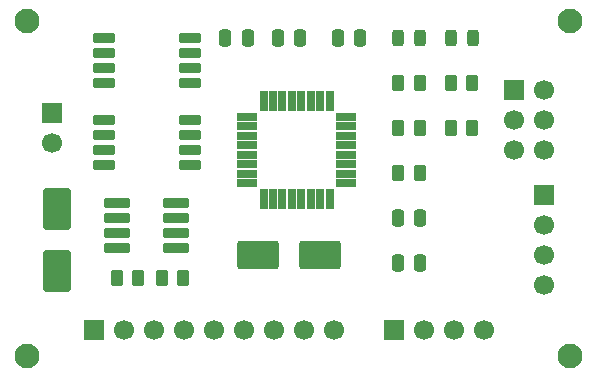
<source format=gts>
%TF.GenerationSoftware,KiCad,Pcbnew,9.0.4*%
%TF.CreationDate,2025-09-27T01:25:33+08:00*%
%TF.ProjectId,KiCAD_Proj (MCU datalogger),4b694341-445f-4507-926f-6a20284d4355,rev?*%
%TF.SameCoordinates,Original*%
%TF.FileFunction,Soldermask,Top*%
%TF.FilePolarity,Negative*%
%FSLAX46Y46*%
G04 Gerber Fmt 4.6, Leading zero omitted, Abs format (unit mm)*
G04 Created by KiCad (PCBNEW 9.0.4) date 2025-09-27 01:25:33*
%MOMM*%
%LPD*%
G01*
G04 APERTURE LIST*
G04 Aperture macros list*
%AMRoundRect*
0 Rectangle with rounded corners*
0 $1 Rounding radius*
0 $2 $3 $4 $5 $6 $7 $8 $9 X,Y pos of 4 corners*
0 Add a 4 corners polygon primitive as box body*
4,1,4,$2,$3,$4,$5,$6,$7,$8,$9,$2,$3,0*
0 Add four circle primitives for the rounded corners*
1,1,$1+$1,$2,$3*
1,1,$1+$1,$4,$5*
1,1,$1+$1,$6,$7*
1,1,$1+$1,$8,$9*
0 Add four rect primitives between the rounded corners*
20,1,$1+$1,$2,$3,$4,$5,0*
20,1,$1+$1,$4,$5,$6,$7,0*
20,1,$1+$1,$6,$7,$8,$9,0*
20,1,$1+$1,$8,$9,$2,$3,0*%
G04 Aperture macros list end*
%ADD10RoundRect,0.101750X-0.845250X-0.305250X0.845250X-0.305250X0.845250X0.305250X-0.845250X0.305250X0*%
%ADD11C,1.700000*%
%ADD12R,1.700000X1.700000*%
%ADD13RoundRect,0.250000X0.262500X0.450000X-0.262500X0.450000X-0.262500X-0.450000X0.262500X-0.450000X0*%
%ADD14RoundRect,0.243750X-0.243750X-0.456250X0.243750X-0.456250X0.243750X0.456250X-0.243750X0.456250X0*%
%ADD15RoundRect,0.250000X-0.262500X-0.450000X0.262500X-0.450000X0.262500X0.450000X-0.262500X0.450000X0*%
%ADD16RoundRect,0.250001X1.499999X0.949999X-1.499999X0.949999X-1.499999X-0.949999X1.499999X-0.949999X0*%
%ADD17RoundRect,0.250001X0.949999X-1.499999X0.949999X1.499999X-0.949999X1.499999X-0.949999X-1.499999X0*%
%ADD18RoundRect,0.099250X-0.987750X-0.297750X0.987750X-0.297750X0.987750X0.297750X-0.987750X0.297750X0*%
%ADD19C,2.100000*%
%ADD20RoundRect,0.250000X-0.250000X-0.475000X0.250000X-0.475000X0.250000X0.475000X-0.250000X0.475000X0*%
%ADD21RoundRect,0.250000X0.250000X0.475000X-0.250000X0.475000X-0.250000X-0.475000X0.250000X-0.475000X0*%
%ADD22RoundRect,0.094250X-0.742750X-0.282750X0.742750X-0.282750X0.742750X0.282750X-0.742750X0.282750X0*%
%ADD23RoundRect,0.094250X-0.282750X-0.742750X0.282750X-0.742750X0.282750X0.742750X-0.282750X0.742750X0*%
G04 APERTURE END LIST*
D10*
%TO.C,U3*%
X105240000Y-78740000D03*
X105240000Y-80010000D03*
X105240000Y-81280000D03*
X105240000Y-82550000D03*
X97960000Y-82550000D03*
X97960000Y-81280000D03*
X97960000Y-80010000D03*
X97960000Y-78740000D03*
%TD*%
D11*
%TO.C,BT1*%
X93599000Y-87630000D03*
D12*
X93599000Y-85090000D03*
%TD*%
D13*
%TO.C,R5*%
X127357500Y-82550000D03*
X129182500Y-82550000D03*
%TD*%
D14*
%TO.C,D1*%
X127332500Y-78740000D03*
X129207500Y-78740000D03*
%TD*%
D15*
%TO.C,R6*%
X129182500Y-86360000D03*
X127357500Y-86360000D03*
%TD*%
D14*
%TO.C,D2*%
X124762500Y-78740000D03*
X122887500Y-78740000D03*
%TD*%
D16*
%TO.C,Y2*%
X116265000Y-97155000D03*
X111065000Y-97155000D03*
%TD*%
D17*
%TO.C,Y1*%
X93980000Y-98485000D03*
X93980000Y-93285000D03*
%TD*%
D18*
%TO.C,U2*%
X99125000Y-92710000D03*
X99125000Y-93980000D03*
X99125000Y-95250000D03*
X99125000Y-96520000D03*
X104075000Y-96520000D03*
X104075000Y-95250000D03*
X104075000Y-93980000D03*
X104075000Y-92710000D03*
%TD*%
D15*
%TO.C,R7*%
X122912500Y-82550000D03*
X124737500Y-82550000D03*
%TD*%
D13*
%TO.C,R4*%
X124737500Y-86360000D03*
X122912500Y-86360000D03*
%TD*%
%TO.C,R3*%
X124737500Y-90170000D03*
X122912500Y-90170000D03*
%TD*%
%TO.C,R2*%
X104695000Y-99060000D03*
X102870000Y-99060000D03*
%TD*%
D15*
%TO.C,R1*%
X99060000Y-99060000D03*
X100885000Y-99060000D03*
%TD*%
D12*
%TO.C,J4*%
X132715000Y-83185000D03*
D11*
X135255000Y-83185000D03*
X132715000Y-85725000D03*
X135255000Y-85725000D03*
X132715000Y-88265000D03*
X135255000Y-88265000D03*
%TD*%
D12*
%TO.C,J3*%
X122555000Y-103505000D03*
D11*
X125095000Y-103505000D03*
X127635000Y-103505000D03*
X130175000Y-103505000D03*
%TD*%
D12*
%TO.C,J2*%
X97155000Y-103505000D03*
D11*
X99695000Y-103505000D03*
X102235000Y-103505000D03*
X104775000Y-103505000D03*
X107315000Y-103505000D03*
X109855000Y-103505000D03*
X112395000Y-103505000D03*
X114935000Y-103505000D03*
X117475000Y-103505000D03*
%TD*%
D12*
%TO.C,J1*%
X135255000Y-92075000D03*
D11*
X135255000Y-94615000D03*
X135255000Y-97155000D03*
X135255000Y-99695000D03*
%TD*%
D19*
%TO.C,H4*%
X137414000Y-105664000D03*
%TD*%
%TO.C,H3*%
X137414000Y-77343000D03*
%TD*%
%TO.C,H2*%
X91440000Y-105664000D03*
%TD*%
%TO.C,H1*%
X91440000Y-77343000D03*
%TD*%
D20*
%TO.C,C5*%
X117795000Y-78740000D03*
X119695000Y-78740000D03*
%TD*%
D21*
%TO.C,C4*%
X124775000Y-97790000D03*
X122875000Y-97790000D03*
%TD*%
D20*
%TO.C,C3*%
X112715000Y-78740000D03*
X114615000Y-78740000D03*
%TD*%
D21*
%TO.C,C2*%
X124775000Y-93980000D03*
X122875000Y-93980000D03*
%TD*%
D20*
%TO.C,C1*%
X108270000Y-78740000D03*
X110170000Y-78740000D03*
%TD*%
D22*
%TO.C,U4*%
X110130000Y-85465000D03*
X110130000Y-86265000D03*
X110130000Y-87065000D03*
X110130000Y-87865000D03*
X110130000Y-88665000D03*
X110130000Y-89465000D03*
X110130000Y-90265000D03*
X110130000Y-91065000D03*
D23*
X111500000Y-92435000D03*
X112300000Y-92435000D03*
X113100000Y-92435000D03*
X113900000Y-92435000D03*
X114700000Y-92435000D03*
X115500000Y-92435000D03*
X116300000Y-92435000D03*
X117100000Y-92435000D03*
D22*
X118470000Y-91065000D03*
X118470000Y-90265000D03*
X118470000Y-89465000D03*
X118470000Y-88665000D03*
X118470000Y-87865000D03*
X118470000Y-87065000D03*
X118470000Y-86265000D03*
X118470000Y-85465000D03*
D23*
X117100000Y-84095000D03*
X116300000Y-84095000D03*
X115500000Y-84095000D03*
X114700000Y-84095000D03*
X113900000Y-84095000D03*
X113100000Y-84095000D03*
X112300000Y-84095000D03*
X111500000Y-84095000D03*
%TD*%
D10*
%TO.C,U1*%
X97960000Y-85725000D03*
X97960000Y-86995000D03*
X97960000Y-88265000D03*
X97960000Y-89535000D03*
X105240000Y-89535000D03*
X105240000Y-88265000D03*
X105240000Y-86995000D03*
X105240000Y-85725000D03*
%TD*%
M02*

</source>
